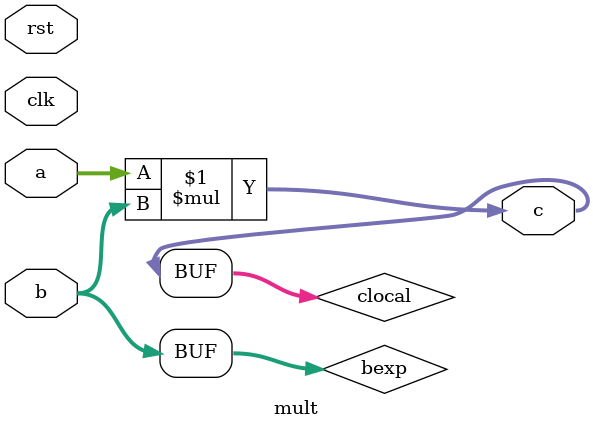
<source format=v>
`timescale 1ns / 1ps

module mult
#(
	parameter N=128,
	parameter CC=1
)
( 
	clk,
	rst,
	a,
	b,
	c
);
	input  clk;
	input  rst;
	input  [N-1:0] a;
	input  [N/CC-1:0] b;
	output [N-1:0] c;
	
	reg [2*N-1:0] sreg;
	wire [N-1:0] swire;
	wire [N-1:0] clocal;


	wire  [N-1:0] bexp;


	generate
	if(CC>1)
	begin
		assign c = {swire[N/CC-1:0], sreg[N-1:N/CC]};
		assign bexp = {{(N-N/CC){1'b0}},b};
		//assign swire  = sreg + {clocal,{(N-N/CC){1'b0}}};
	end
	else
	begin
		assign c = clocal;
		assign bexp = b;
	end		
	endgenerate


	assign clocal = a*bexp;
	/*MULT 
	#(
		.N(N)
	)
	MULT_
	(
		.A(a),
		.B(bexp),
		.O(clocal)
	);*/	
	
	generate
	if(CC>1)
	begin
		ADD 
		#(
			.N(N)
		)
		ADD_
		(
			.A(sreg[2*N-1:N]),
			.B(clocal),
			.CI(1'b0),
			.S(swire),
			.CO()
		);	
	end
	endgenerate

	generate
	if(CC>1)
		always@(posedge clk or posedge rst)
		begin
			if(rst)
			begin
				sreg <= 'b0;
			end
			else
			begin
				sreg <= {{(N/CC){1'b0}}, swire[N-1:0], sreg[N-1:N/CC]};     
			end
		end
	endgenerate


endmodule


</source>
